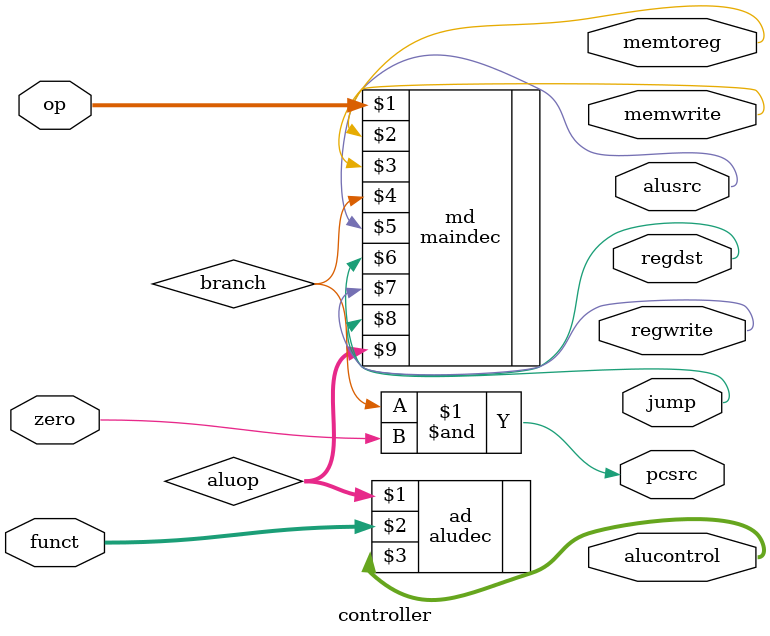
<source format=sv>
`ifndef CONTROLLER
`define CONTROLLER

`timescale 1ns/100ps

`include "../maindec/maindec.sv"
`include "../aludec/aludec.sv"

module controller
    #(parameter n = 32)(
    //
    // ---------------- PORT DEFINITIONS ----------------
    //
    input  logic [5:0] op, funct,
    input  logic       zero,
    output logic       memtoreg, memwrite,
    output logic       pcsrc, alusrc,
    output logic       regdst, regwrite,
    output logic       jump,
    output logic [3:0] alucontrol
);
    //
    // ---------------- MODULE DESIGN IMPLEMENTATION ----------------
    //
    logic [3:0] aluop;
    logic       branch;
    
    // CPU main decoder
    maindec md(op, memtoreg, memwrite, branch, alusrc, regdst, regwrite, jump, aluop);
    // CPU's ALU decoder
    aludec  ad(aluop, funct, alucontrol);

  assign pcsrc = branch & zero;

endmodule

`endif // CONTROLLER

</source>
